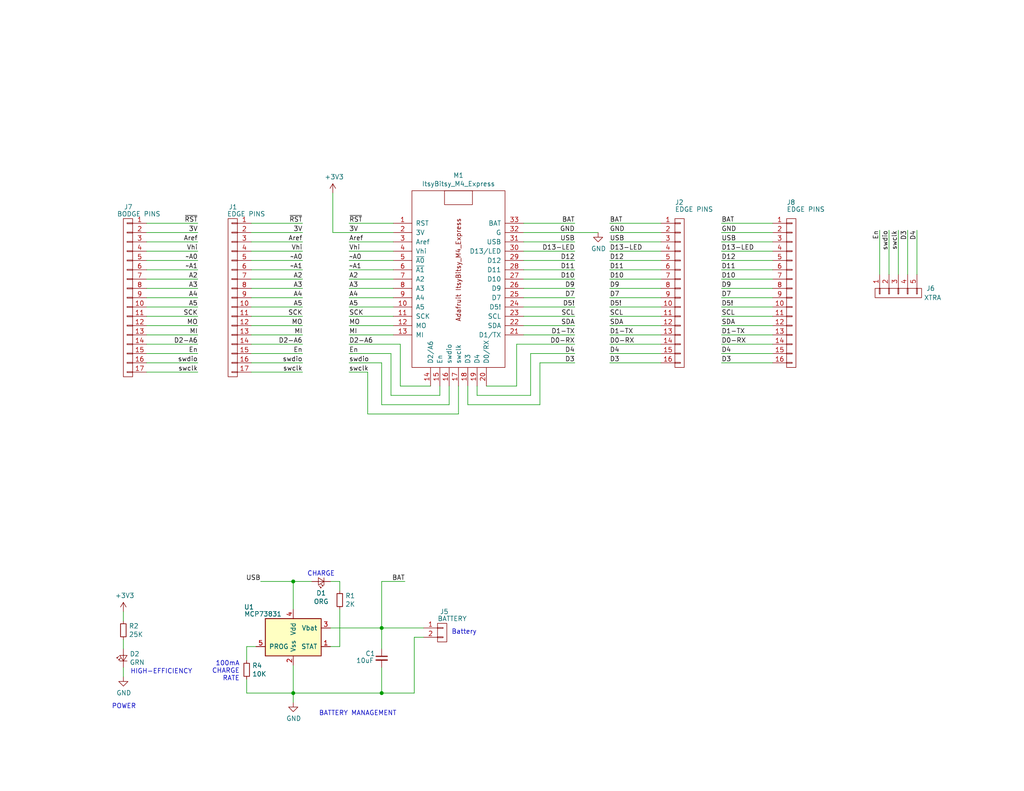
<source format=kicad_sch>
(kicad_sch (version 20211123) (generator eeschema)
  (paper "USLetter")
  (title_block (title "ItsyBitsyChargerBackpack") (date "2023-05-16") (rev "0.0.0") (company "Cedar Grove Studios"))
  (lib_symbols
    (symbol "Device:C_Small" (pin_numbers hide) (pin_names (offset 0.254) hide)
      (property "Reference" "C" (at 0.254 1.778 0))
      (property "Value" "C_Small" (at 0.254 -2.032 0))
      (symbol "C_Small_0_1"
        (polyline (pts (xy -1.524 -0.508) (xy 1.524 -0.508)) (stroke (width 0.3302)))
        (polyline (pts (xy -1.524 0.508) (xy 1.524 0.508)) (stroke (width 0.3048)))
      )
      (symbol "C_Small_1_1"
        (pin passive line (at 0 2.54 270) (length 2.032) (name "~") (number "1"))
        (pin passive line (at 0 -2.54 90) (length 2.032) (name "~") (number "2"))
      )
    )
    (symbol "ItsyBitsy-breadboard-rescue:CONN_01X02-conn" (pin_names (offset 1.016) hide)
      (property "Reference" "J" (at 0 3.81 0))
      (property "Value" "CONN_01X02-conn" (at 2.54 0 90))
      (symbol "CONN_01X02-conn_0_1"
        (rectangle (start -1.27 -1.143) (end 0.254 -1.397))
        (rectangle (start -1.27 1.397) (end 0.254 1.143))
        (rectangle (start -1.27 2.54) (end 1.27 -2.54))
      )
      (symbol "CONN_01X02-conn_1_1"
        (pin passive line (at -5.08 1.27 0) (length 3.81) (name "P1") (number "1"))
        (pin passive line (at -5.08 -1.27 0) (length 3.81) (name "P2") (number "2"))
      )
    )
    (symbol "ItsyBitsy-breadboard-rescue:CONN_01X05-conn" (pin_names (offset 1.016) hide)
      (property "Reference" "J" (at 0 7.62 0))
      (property "Value" "CONN_01X05-conn" (at 2.54 0 90))
      (symbol "CONN_01X05-conn_0_1"
        (rectangle (start -1.27 -4.953) (end 0.254 -5.207))
        (rectangle (start -1.27 -2.413) (end 0.254 -2.667))
        (rectangle (start -1.27 0.127) (end 0.254 -0.127))
        (rectangle (start -1.27 2.667) (end 0.254 2.413))
        (rectangle (start -1.27 5.207) (end 0.254 4.953))
        (rectangle (start -1.27 6.35) (end 1.27 -6.35))
      )
      (symbol "CONN_01X05-conn_1_1"
        (pin passive line (at -5.08 5.08 0) (length 3.81) (name "P1") (number "1"))
        (pin passive line (at -5.08 2.54 0) (length 3.81) (name "P2") (number "2"))
        (pin passive line (at -5.08 0 0) (length 3.81) (name "P3") (number "3"))
        (pin passive line (at -5.08 -2.54 0) (length 3.81) (name "P4") (number "4"))
        (pin passive line (at -5.08 -5.08 0) (length 3.81) (name "P5") (number "5"))
      )
    )
    (symbol "ItsyBitsy-breadboard-rescue:CONN_01X16-conn" (pin_names (offset 1.016) hide)
      (property "Reference" "J" (at 0 21.59 0))
      (property "Value" "CONN_01X16-conn" (at 2.54 0 90))
      (symbol "CONN_01X16-conn_0_1"
        (rectangle (start -1.27 -18.923) (end 0.254 -19.177))
        (rectangle (start -1.27 -16.383) (end 0.254 -16.637))
        (rectangle (start -1.27 -13.843) (end 0.254 -14.097))
        (rectangle (start -1.27 -11.303) (end 0.254 -11.557))
        (rectangle (start -1.27 -8.763) (end 0.254 -9.017))
        (rectangle (start -1.27 -6.223) (end 0.254 -6.477))
        (rectangle (start -1.27 -3.683) (end 0.254 -3.937))
        (rectangle (start -1.27 -1.143) (end 0.254 -1.397))
        (rectangle (start -1.27 1.397) (end 0.254 1.143))
        (rectangle (start -1.27 3.937) (end 0.254 3.683))
        (rectangle (start -1.27 6.477) (end 0.254 6.223))
        (rectangle (start -1.27 9.017) (end 0.254 8.763))
        (rectangle (start -1.27 11.557) (end 0.254 11.303))
        (rectangle (start -1.27 14.097) (end 0.254 13.843))
        (rectangle (start -1.27 16.637) (end 0.254 16.383))
        (rectangle (start -1.27 19.177) (end 0.254 18.923))
        (rectangle (start -1.27 20.32) (end 1.27 -20.32))
      )
      (symbol "CONN_01X16-conn_1_1"
        (pin passive line (at -5.08 19.05 0) (length 3.81) (name "P1") (number "1"))
        (pin passive line (at -5.08 -3.81 0) (length 3.81) (name "P10") (number "10"))
        (pin passive line (at -5.08 -6.35 0) (length 3.81) (name "P11") (number "11"))
        (pin passive line (at -5.08 -8.89 0) (length 3.81) (name "P12") (number "12"))
        (pin passive line (at -5.08 -11.43 0) (length 3.81) (name "P13") (number "13"))
        (pin passive line (at -5.08 -13.97 0) (length 3.81) (name "P14") (number "14"))
        (pin passive line (at -5.08 -16.51 0) (length 3.81) (name "P15") (number "15"))
        (pin passive line (at -5.08 -19.05 0) (length 3.81) (name "P16") (number "16"))
        (pin passive line (at -5.08 16.51 0) (length 3.81) (name "P2") (number "2"))
        (pin passive line (at -5.08 13.97 0) (length 3.81) (name "P3") (number "3"))
        (pin passive line (at -5.08 11.43 0) (length 3.81) (name "P4") (number "4"))
        (pin passive line (at -5.08 8.89 0) (length 3.81) (name "P5") (number "5"))
        (pin passive line (at -5.08 6.35 0) (length 3.81) (name "P6") (number "6"))
        (pin passive line (at -5.08 3.81 0) (length 3.81) (name "P7") (number "7"))
        (pin passive line (at -5.08 1.27 0) (length 3.81) (name "P8") (number "8"))
        (pin passive line (at -5.08 -1.27 0) (length 3.81) (name "P9") (number "9"))
      )
    )
    (symbol "ItsyBitsy-breadboard-rescue:CONN_01X17-conn" (pin_names (offset 1.016) hide)
      (property "Reference" "J" (at 0 22.86 0))
      (property "Value" "CONN_01X17-conn" (at 2.54 0 90))
      (symbol "CONN_01X17-conn_0_1"
        (rectangle (start -1.27 -20.193) (end 0.254 -20.447))
        (rectangle (start -1.27 -17.653) (end 0.254 -17.907))
        (rectangle (start -1.27 -15.113) (end 0.254 -15.367))
        (rectangle (start -1.27 -12.573) (end 0.254 -12.827))
        (rectangle (start -1.27 -10.033) (end 0.254 -10.287))
        (rectangle (start -1.27 -7.493) (end 0.254 -7.747))
        (rectangle (start -1.27 -4.953) (end 0.254 -5.207))
        (rectangle (start -1.27 -2.413) (end 0.254 -2.667))
        (rectangle (start -1.27 0.127) (end 0.254 -0.127))
        (rectangle (start -1.27 2.667) (end 0.254 2.413))
        (rectangle (start -1.27 5.207) (end 0.254 4.953))
        (rectangle (start -1.27 7.747) (end 0.254 7.493))
        (rectangle (start -1.27 10.287) (end 0.254 10.033))
        (rectangle (start -1.27 12.827) (end 0.254 12.573))
        (rectangle (start -1.27 15.367) (end 0.254 15.113))
        (rectangle (start -1.27 17.907) (end 0.254 17.653))
        (rectangle (start -1.27 20.447) (end 0.254 20.193))
        (rectangle (start -1.27 21.59) (end 1.27 -21.59))
      )
      (symbol "CONN_01X17-conn_1_1"
        (pin passive line (at -5.08 20.32 0) (length 3.81) (name "P1") (number "1"))
        (pin passive line (at -5.08 -2.54 0) (length 3.81) (name "P10") (number "10"))
        (pin passive line (at -5.08 -5.08 0) (length 3.81) (name "P11") (number "11"))
        (pin passive line (at -5.08 -7.62 0) (length 3.81) (name "P12") (number "12"))
        (pin passive line (at -5.08 -10.16 0) (length 3.81) (name "P13") (number "13"))
        (pin passive line (at -5.08 -12.7 0) (length 3.81) (name "P14") (number "14"))
        (pin passive line (at -5.08 -15.24 0) (length 3.81) (name "P15") (number "15"))
        (pin passive line (at -5.08 -17.78 0) (length 3.81) (name "P16") (number "16"))
        (pin passive line (at -5.08 -20.32 0) (length 3.81) (name "P17") (number "17"))
        (pin passive line (at -5.08 17.78 0) (length 3.81) (name "P2") (number "2"))
        (pin passive line (at -5.08 15.24 0) (length 3.81) (name "P3") (number "3"))
        (pin passive line (at -5.08 12.7 0) (length 3.81) (name "P4") (number "4"))
        (pin passive line (at -5.08 10.16 0) (length 3.81) (name "P5") (number "5"))
        (pin passive line (at -5.08 7.62 0) (length 3.81) (name "P6") (number "6"))
        (pin passive line (at -5.08 5.08 0) (length 3.81) (name "P7") (number "7"))
        (pin passive line (at -5.08 2.54 0) (length 3.81) (name "P8") (number "8"))
        (pin passive line (at -5.08 0 0) (length 3.81) (name "P9") (number "9"))
      )
    )
    (symbol "ItsyBitsy-breadboard-rescue:ItsyBitsy_M4_Express-Adafruit" (pin_names (offset 1.016))
      (property "Reference" "M" (at 0 29.21 0))
      (property "Value" "ItsyBitsy_M4_Express-Adafruit" (at 0 26.67 0))
      (symbol "ItsyBitsy_M4_Express-Adafruit_0_0"
        (text "Adafruit ItsyBitsy_M4_Express" (at 0 2.54 900) (effects (font (size 1.27 1.27))))
      )
      (symbol "ItsyBitsy_M4_Express-Adafruit_0_1"
        (rectangle (start -12.7 -24.13) (end 12.7 24.13))
        (rectangle (start -3.81 24.13) (end 3.81 20.32))
      )
      (symbol "ItsyBitsy_M4_Express-Adafruit_1_1"
        (pin input line (at -17.78 15.24 0) (length 5.08) (name "RST") (number "1"))
        (pin bidirectional line (at -17.78 -7.62 0) (length 5.08) (name "A5") (number "10"))
        (pin bidirectional line (at -17.78 -10.16 0) (length 5.08) (name "SCK") (number "11"))
        (pin bidirectional line (at -17.78 -12.7 0) (length 5.08) (name "MO") (number "12"))
        (pin bidirectional line (at -17.78 -15.24 0) (length 5.08) (name "MI") (number "13"))
        (pin bidirectional line (at -7.62 -29.21 90) (length 5.08) (name "D2/A6") (number "14"))
        (pin input line (at -5.08 -29.21 90) (length 5.08) (name "En") (number "15"))
        (pin bidirectional line (at -2.54 -29.21 90) (length 5.08) (name "swdio") (number "16"))
        (pin bidirectional line (at 0 -29.21 90) (length 5.08) (name "swclk") (number "17"))
        (pin bidirectional line (at 2.54 -29.21 90) (length 5.08) (name "D3") (number "18"))
        (pin bidirectional line (at 5.08 -29.21 90) (length 5.08) (name "D4") (number "19"))
        (pin power_out line (at -17.78 12.7 0) (length 5.08) (name "3V") (number "2"))
        (pin input line (at 7.62 -29.21 90) (length 5.08) (name "D0/RX") (number "20"))
        (pin output line (at 17.78 -15.24 180) (length 5.08) (name "D1/TX") (number "21"))
        (pin bidirectional line (at 17.78 -12.7 180) (length 5.08) (name "SDA") (number "22"))
        (pin bidirectional line (at 17.78 -10.16 180) (length 5.08) (name "SCL") (number "23"))
        (pin output line (at 17.78 -7.62 180) (length 5.08) (name "D5!") (number "24"))
        (pin bidirectional line (at 17.78 -5.08 180) (length 5.08) (name "D7") (number "25"))
        (pin bidirectional line (at 17.78 -2.54 180) (length 5.08) (name "D9") (number "26"))
        (pin bidirectional line (at 17.78 0 180) (length 5.08) (name "D10") (number "27"))
        (pin bidirectional line (at 17.78 2.54 180) (length 5.08) (name "D11") (number "28"))
        (pin bidirectional line (at 17.78 5.08 180) (length 5.08) (name "D12") (number "29"))
        (pin input line (at -17.78 10.16 0) (length 5.08) (name "Aref") (number "3"))
        (pin bidirectional line (at 17.78 7.62 180) (length 5.08) (name "D13/LED") (number "30"))
        (pin power_out line (at 17.78 10.16 180) (length 5.08) (name "USB") (number "31"))
        (pin bidirectional line (at 17.78 12.7 180) (length 5.08) (name "G") (number "32"))
        (pin power_in line (at 17.78 15.24 180) (length 5.08) (name "BAT") (number "33"))
        (pin power_out line (at -17.78 7.62 0) (length 5.08) (name "Vhi") (number "4"))
        (pin bidirectional line (at -17.78 5.08 0) (length 5.08) (name "~{A0}") (number "5"))
        (pin bidirectional line (at -17.78 2.54 0) (length 5.08) (name "~{A1}") (number "6"))
        (pin bidirectional line (at -17.78 0 0) (length 5.08) (name "A2") (number "7"))
        (pin bidirectional line (at -17.78 -2.54 0) (length 5.08) (name "A3") (number "8"))
        (pin bidirectional line (at -17.78 -5.08 0) (length 5.08) (name "A4") (number "9"))
      )
    )
    (symbol "ItsyBitsy-breadboard-rescue:LED_Small-device" (pin_numbers hide) (pin_names (offset 0.254) hide)
      (property "Reference" "D" (at -1.27 3.175 0))
      (property "Value" "LED_Small-device" (at -4.445 -2.54 0))
      (symbol "LED_Small-device_0_1"
        (polyline (pts (xy -0.762 -1.016) (xy -0.762 1.016)))
        (polyline (pts (xy 1.016 0) (xy -0.762 0)))
        (polyline (pts (xy 0.762 -1.016) (xy -0.762 0) (xy 0.762 1.016) (xy 0.762 -1.016)))
        (polyline (pts (xy 0 0.762) (xy -0.508 1.27) (xy -0.254 1.27) (xy -0.508 1.27) (xy -0.508 1.016)))
        (polyline (pts (xy 0.508 1.27) (xy 0 1.778) (xy 0.254 1.778) (xy 0 1.778) (xy 0 1.524)))
      )
      (symbol "LED_Small-device_1_1"
        (pin passive line (at -2.54 0 0) (length 1.778) (name "K") (number "1"))
        (pin passive line (at 2.54 0 180) (length 1.778) (name "A") (number "2"))
      )
    )
    (symbol "ItsyBitsy-breadboard-rescue:MCP73831-2-OT-battery_management" (pin_names (offset 1.016))
      (property "Reference" "U" (at -7.62 6.35 0))
      (property "Value" "MCP73831-2-OT-battery_management" (at 1.27 6.35 0))
      (symbol "MCP73831-2-OT-battery_management_0_1"
        (rectangle (start -7.62 5.08) (end 7.62 -5.08) (stroke (width 0.254)) (fill (type background)))
      )
      (symbol "MCP73831-2-OT-battery_management_1_1"
        (pin output line (at 10.16 -2.54 180) (length 2.54) (name "STAT") (number "1"))
        (pin power_in line (at 0 -7.62 90) (length 2.54) (name "Vss") (number "2"))
        (pin power_out line (at 10.16 2.54 180) (length 2.54) (name "Vbat") (number "3"))
        (pin power_in line (at 0 7.62 270) (length 2.54) (name "Vdd") (number "4"))
        (pin input line (at -10.16 -2.54 0) (length 2.54) (name "PROG") (number "5"))
      )
    )
    (symbol "ItsyBitsy-breadboard-rescue:R_Small-device" (pin_numbers hide) (pin_names (offset 0.254) hide)
      (property "Reference" "R" (at 0.762 0.508 0))
      (property "Value" "R_Small-device" (at 0.762 -1.016 0))
      (symbol "R_Small-device_0_1"
        (rectangle (start -0.762 1.778) (end 0.762 -1.778) (stroke (width 0.2032)))
      )
      (symbol "R_Small-device_1_1"
        (pin passive line (at 0 2.54 270) (length 0.762) (name "~") (number "1"))
        (pin passive line (at 0 -2.54 90) (length 0.762) (name "~") (number "2"))
      )
    )
    (symbol "power:+3.3V" (power) (pin_names (offset 0))
      (property "Value" "+3.3V" (at 0 3.556 0))
      (symbol "+3.3V_0_1"
        (polyline (pts (xy -0.762 1.27) (xy 0 2.54)))
        (polyline (pts (xy 0 0) (xy 0 2.54)))
        (polyline (pts (xy 0 2.54) (xy 0.762 1.27)))
      )
      (symbol "+3.3V_1_1"
        (pin power_in line (at 0 0 90) (length 0) hide (name "+3V3") (number "1"))
      )
    )
    (symbol "power:GND" (power) (pin_names (offset 0))
      (property "Value" "GND" (at 0 -3.81 0))
      (symbol "GND_0_1"
        (polyline (pts (xy 0 0) (xy 0 -1.27) (xy 1.27 -1.27) (xy 0 -2.54) (xy -1.27 -1.27) (xy 0 -1.27)))
      )
      (symbol "GND_1_1"
        (pin power_in line (at 0 0 270) (length 0) hide (name "GND") (number "1"))
      )
    )
  )
  (junction (at 80.01 158.75))
  (junction (at 80.01 189.23))
  (junction (at 104.14 171.45))
  (junction (at 104.14 189.23))
  (wire (pts (xy 196.85 96.52) (xy 210.82 96.52)))
  (wire (pts (xy 210.82 63.5) (xy 196.85 63.5)))
  (wire (pts (xy 196.85 91.44) (xy 210.82 91.44)))
  (wire (pts (xy 140.97 105.41) (xy 140.97 93.98)))
  (wire (pts (xy 250.19 74.93) (xy 250.19 62.865)))
  (wire (pts (xy 33.655 177.165) (xy 33.655 174.625)))
  (wire (pts (xy 210.82 88.9) (xy 196.85 88.9)))
  (wire (pts (xy 144.78 107.95) (xy 144.78 96.52)))
  (wire (pts (xy 68.58 81.28) (xy 82.55 81.28)))
  (wire (pts (xy 180.34 86.36) (xy 166.37 86.36)))
  (wire (pts (xy 40.005 99.06) (xy 53.975 99.06)))
  (wire (pts (xy 95.25 81.28) (xy 107.315 81.28)))
  (wire (pts (xy 67.31 176.53) (xy 69.85 176.53)))
  (wire (pts (xy 247.65 62.865) (xy 247.65 74.93)))
  (wire (pts (xy 53.975 83.82) (xy 40.005 83.82)))
  (wire (pts (xy 245.11 62.865) (xy 245.11 74.93)))
  (wire (pts (xy 95.25 96.52) (xy 106.68 96.52)))
  (wire (pts (xy 106.68 107.95) (xy 120.015 107.95)))
  (wire (pts (xy 68.58 93.98) (xy 82.55 93.98)))
  (wire (pts (xy 33.655 184.785) (xy 33.655 182.245)))
  (wire (pts (xy 142.875 71.12) (xy 156.845 71.12)))
  (wire (pts (xy 180.34 63.5) (xy 166.37 63.5)))
  (wire (pts (xy 95.25 71.12) (xy 107.315 71.12)))
  (wire (pts (xy 210.82 99.06) (xy 196.85 99.06)))
  (wire (pts (xy 40.005 68.58) (xy 53.975 68.58)))
  (wire (pts (xy 100.33 101.6) (xy 95.25 101.6)))
  (wire (pts (xy 166.37 71.12) (xy 180.34 71.12)))
  (wire (pts (xy 147.32 110.49) (xy 147.32 99.06)))
  (wire (pts (xy 40.005 93.98) (xy 53.975 93.98)))
  (wire (pts (xy 109.22 93.98) (xy 109.22 105.41)))
  (wire (pts (xy 180.34 88.9) (xy 166.37 88.9)))
  (wire (pts (xy 196.85 78.74) (xy 210.82 78.74)))
  (wire (pts (xy 95.25 91.44) (xy 107.315 91.44)))
  (wire (pts (xy 68.58 63.5) (xy 82.55 63.5)))
  (wire (pts (xy 122.555 110.49) (xy 122.555 105.41)))
  (wire (pts (xy 120.015 107.95) (xy 120.015 105.41)))
  (wire (pts (xy 40.005 73.66) (xy 53.975 73.66)))
  (wire (pts (xy 40.005 81.28) (xy 53.975 81.28)))
  (wire (pts (xy 142.875 78.74) (xy 156.845 78.74)))
  (wire (pts (xy 242.57 62.865) (xy 242.57 74.93)))
  (wire (pts (xy 210.82 86.36) (xy 196.85 86.36)))
  (wire (pts (xy 142.875 76.2) (xy 156.845 76.2)))
  (wire (pts (xy 130.175 105.41) (xy 130.175 107.95)))
  (wire (pts (xy 180.34 99.06) (xy 166.37 99.06)))
  (wire (pts (xy 104.14 171.45) (xy 104.14 158.75)))
  (wire (pts (xy 113.03 173.99) (xy 115.57 173.99)))
  (wire (pts (xy 180.34 93.98) (xy 166.37 93.98)))
  (wire (pts (xy 180.34 73.66) (xy 166.37 73.66)))
  (wire (pts (xy 80.01 191.77) (xy 80.01 189.23)))
  (wire (pts (xy 140.97 93.98) (xy 156.845 93.98)))
  (wire (pts (xy 80.01 181.61) (xy 80.01 189.23)))
  (wire (pts (xy 166.37 83.82) (xy 180.34 83.82)))
  (wire (pts (xy 107.315 63.5) (xy 90.805 63.5)))
  (wire (pts (xy 90.17 158.75) (xy 92.71 158.75)))
  (wire (pts (xy 142.875 60.96) (xy 156.845 60.96)))
  (wire (pts (xy 68.58 88.9) (xy 82.55 88.9)))
  (wire (pts (xy 82.55 71.12) (xy 68.58 71.12)))
  (wire (pts (xy 67.31 185.42) (xy 67.31 189.23)))
  (wire (pts (xy 82.55 96.52) (xy 68.58 96.52)))
  (wire (pts (xy 142.875 73.66) (xy 156.845 73.66)))
  (wire (pts (xy 142.875 91.44) (xy 156.845 91.44)))
  (wire (pts (xy 95.25 76.2) (xy 107.315 76.2)))
  (wire (pts (xy 95.25 83.82) (xy 107.315 83.82)))
  (wire (pts (xy 53.975 91.44) (xy 40.005 91.44)))
  (wire (pts (xy 92.71 176.53) (xy 90.17 176.53)))
  (wire (pts (xy 210.82 68.58) (xy 196.85 68.58)))
  (wire (pts (xy 104.14 158.75) (xy 110.49 158.75)))
  (wire (pts (xy 40.005 60.96) (xy 53.975 60.96)))
  (wire (pts (xy 180.34 60.96) (xy 166.37 60.96)))
  (wire (pts (xy 104.14 182.245) (xy 104.14 189.23)))
  (wire (pts (xy 82.55 66.04) (xy 68.58 66.04)))
  (wire (pts (xy 132.715 105.41) (xy 140.97 105.41)))
  (wire (pts (xy 180.34 68.58) (xy 166.37 68.58)))
  (wire (pts (xy 95.25 86.36) (xy 107.315 86.36)))
  (wire (pts (xy 142.875 86.36) (xy 156.845 86.36)))
  (wire (pts (xy 125.095 113.03) (xy 100.33 113.03)))
  (wire (pts (xy 80.01 166.37) (xy 80.01 158.75)))
  (wire (pts (xy 53.975 71.12) (xy 40.005 71.12)))
  (wire (pts (xy 127.635 105.41) (xy 127.635 110.49)))
  (wire (pts (xy 166.37 91.44) (xy 180.34 91.44)))
  (wire (pts (xy 104.14 110.49) (xy 122.555 110.49)))
  (wire (pts (xy 113.03 189.23) (xy 113.03 173.99)))
  (wire (pts (xy 117.475 105.41) (xy 109.22 105.41)))
  (wire (pts (xy 80.01 158.75) (xy 71.12 158.75)))
  (wire (pts (xy 142.875 66.04) (xy 156.845 66.04)))
  (wire (pts (xy 68.58 101.6) (xy 82.55 101.6)))
  (wire (pts (xy 166.37 66.04) (xy 180.34 66.04)))
  (wire (pts (xy 166.37 78.74) (xy 180.34 78.74)))
  (wire (pts (xy 144.78 96.52) (xy 156.845 96.52)))
  (wire (pts (xy 33.655 169.545) (xy 33.655 167.005)))
  (wire (pts (xy 82.55 78.74) (xy 68.58 78.74)))
  (wire (pts (xy 142.875 88.9) (xy 156.845 88.9)))
  (wire (pts (xy 82.55 91.44) (xy 68.58 91.44)))
  (wire (pts (xy 40.005 101.6) (xy 53.975 101.6)))
  (wire (pts (xy 92.71 158.75) (xy 92.71 161.29)))
  (wire (pts (xy 95.25 93.98) (xy 109.22 93.98)))
  (wire (pts (xy 90.805 63.5) (xy 90.805 52.705)))
  (wire (pts (xy 40.005 63.5) (xy 53.975 63.5)))
  (wire (pts (xy 68.58 73.66) (xy 82.55 73.66)))
  (wire (pts (xy 180.34 76.2) (xy 166.37 76.2)))
  (wire (pts (xy 80.01 189.23) (xy 104.14 189.23)))
  (wire (pts (xy 100.33 113.03) (xy 100.33 101.6)))
  (wire (pts (xy 68.58 86.36) (xy 82.55 86.36)))
  (wire (pts (xy 104.14 171.45) (xy 115.57 171.45)))
  (wire (pts (xy 127.635 110.49) (xy 147.32 110.49)))
  (wire (pts (xy 68.58 76.2) (xy 82.55 76.2)))
  (wire (pts (xy 40.005 88.9) (xy 53.975 88.9)))
  (wire (pts (xy 210.82 76.2) (xy 196.85 76.2)))
  (wire (pts (xy 142.875 83.82) (xy 156.845 83.82)))
  (wire (pts (xy 166.37 96.52) (xy 180.34 96.52)))
  (wire (pts (xy 82.55 83.82) (xy 68.58 83.82)))
  (wire (pts (xy 210.82 73.66) (xy 196.85 73.66)))
  (wire (pts (xy 240.03 62.865) (xy 240.03 74.93)))
  (wire (pts (xy 40.005 76.2) (xy 53.975 76.2)))
  (wire (pts (xy 95.25 60.96) (xy 107.315 60.96)))
  (wire (pts (xy 67.31 176.53) (xy 67.31 180.34)))
  (wire (pts (xy 196.85 66.04) (xy 210.82 66.04)))
  (wire (pts (xy 147.32 99.06) (xy 156.845 99.06)))
  (wire (pts (xy 104.14 189.23) (xy 113.03 189.23)))
  (wire (pts (xy 92.71 166.37) (xy 92.71 176.53)))
  (wire (pts (xy 40.005 86.36) (xy 53.975 86.36)))
  (wire (pts (xy 95.25 73.66) (xy 107.315 73.66)))
  (wire (pts (xy 95.25 88.9) (xy 107.315 88.9)))
  (wire (pts (xy 210.82 93.98) (xy 196.85 93.98)))
  (wire (pts (xy 95.25 78.74) (xy 107.315 78.74)))
  (wire (pts (xy 130.175 107.95) (xy 144.78 107.95)))
  (wire (pts (xy 80.01 189.23) (xy 67.31 189.23)))
  (wire (pts (xy 90.17 171.45) (xy 104.14 171.45)))
  (wire (pts (xy 68.58 60.96) (xy 82.55 60.96)))
  (wire (pts (xy 142.875 63.5) (xy 163.195 63.5)))
  (wire (pts (xy 53.975 66.04) (xy 40.005 66.04)))
  (wire (pts (xy 95.25 68.58) (xy 107.315 68.58)))
  (wire (pts (xy 104.14 99.06) (xy 95.25 99.06)))
  (wire (pts (xy 104.14 110.49) (xy 104.14 99.06)))
  (wire (pts (xy 53.975 78.74) (xy 40.005 78.74)))
  (wire (pts (xy 180.34 81.28) (xy 166.37 81.28)))
  (wire (pts (xy 106.68 107.95) (xy 106.68 96.52)))
  (wire (pts (xy 80.01 158.75) (xy 85.09 158.75)))
  (wire (pts (xy 68.58 99.06) (xy 82.55 99.06)))
  (wire (pts (xy 210.82 81.28) (xy 196.85 81.28)))
  (wire (pts (xy 68.58 68.58) (xy 82.55 68.58)))
  (wire (pts (xy 95.25 66.04) (xy 107.315 66.04)))
  (wire (pts (xy 125.095 105.41) (xy 125.095 113.03)))
  (wire (pts (xy 104.14 171.45) (xy 104.14 177.165)))
  (wire (pts (xy 142.875 68.58) (xy 156.845 68.58)))
  (wire (pts (xy 142.875 81.28) (xy 156.845 81.28)))
  (wire (pts (xy 53.975 96.52) (xy 40.005 96.52)))
  (wire (pts (xy 196.85 71.12) (xy 210.82 71.12)))
  (wire (pts (xy 210.82 60.96) (xy 196.85 60.96)))
  (wire (pts (xy 196.85 83.82) (xy 210.82 83.82)))
  (text "BATTERY MANAGEMENT" (at 86.995 195.58 0) (effects (font (size 1.27 1.27)) (justify left bottom)))
  (text "CHARGE" (at 83.82 157.48 0) (effects (font (size 1.27 1.27)) (justify left bottom)))
  (text "Battery" (at 123.19 173.355 0) (effects (font (size 1.27 1.27)) (justify left bottom)))
  (text "HIGH-EFFICIENCY" (at 35.56 184.15 0) (effects (font (size 1.27 1.27)) (justify left bottom)))
  (text "POWER" (at 30.48 193.675 0) (effects (font (size 1.27 1.27)) (justify left bottom)))
  (text "100mA\nCHARGE\nRATE" (at 65.405 186.055 180) (effects (font (size 1.27 1.27)) (justify right bottom)))
  (label "~A0" (at 82.55 71.12 180))
  (label "SCK" (at 53.975 86.36 180))
  (label "3V" (at 95.25 63.5 0))
  (label "D5!" (at 156.845 83.82 180))
  (label "D2-A6" (at 82.55 93.98 180))
  (label "BAT" (at 166.37 60.96 0))
  (label "BAT" (at 110.49 158.75 180))
  (label "D1-TX" (at 196.85 91.44 0))
  (label "GND" (at 196.85 63.5 0))
  (label "A3" (at 95.25 78.74 0))
  (label "~{RST}" (at 53.975 60.96 180))
  (label "USB" (at 196.85 66.04 0))
  (label "D5!" (at 166.37 83.82 0))
  (label "A5" (at 82.55 83.82 180))
  (label "USB" (at 71.12 158.75 180))
  (label "swclk" (at 95.25 101.6 0))
  (label "D13-LED" (at 156.845 68.58 180))
  (label "MO" (at 53.975 88.9 180))
  (label "D11" (at 156.845 73.66 180))
  (label "Aref" (at 82.55 66.04 180))
  (label "D13-LED" (at 196.85 68.58 0))
  (label "D12" (at 196.85 71.12 0))
  (label "D7" (at 156.845 81.28 180))
  (label "D3" (at 156.845 99.06 180))
  (label "D4" (at 166.37 96.52 0))
  (label "Aref" (at 53.975 66.04 180))
  (label "En" (at 82.55 96.52 180))
  (label "swclk" (at 82.55 101.6 180))
  (label "SDA" (at 166.37 88.9 0))
  (label "BAT" (at 196.85 60.96 0))
  (label "D11" (at 166.37 73.66 0))
  (label "D9" (at 166.37 78.74 0))
  (label "D7" (at 166.37 81.28 0))
  (label "D12" (at 156.845 71.12 180))
  (label "D11" (at 196.85 73.66 0))
  (label "A5" (at 95.25 83.82 0))
  (label "D0-RX" (at 156.845 93.98 180))
  (label "A2" (at 95.25 76.2 0))
  (label "D10" (at 196.85 76.2 0))
  (label "D1-TX" (at 166.37 91.44 0))
  (label "A2" (at 82.55 76.2 180))
  (label "SCK" (at 82.55 86.36 180))
  (label "D1-TX" (at 156.845 91.44 180))
  (label "En" (at 95.25 96.52 0))
  (label "Vhi" (at 82.55 68.58 180))
  (label "swdio" (at 53.975 99.06 180))
  (label "SCL" (at 196.85 86.36 0))
  (label "BAT" (at 156.845 60.96 180))
  (label "SCL" (at 156.845 86.36 180))
  (label "SDA" (at 196.85 88.9 0))
  (label "En" (at 240.03 62.865 270))
  (label "USB" (at 166.37 66.04 0))
  (label "GND" (at 166.37 63.5 0))
  (label "A4" (at 53.975 81.28 180))
  (label "D9" (at 156.845 78.74 180))
  (label "~{RST}" (at 82.55 60.96 180))
  (label "A3" (at 53.975 78.74 180))
  (label "D4" (at 196.85 96.52 0))
  (label "3V" (at 82.55 63.5 180))
  (label "GND" (at 156.845 63.5 180))
  (label "~A1" (at 95.25 73.66 0))
  (label "D7" (at 196.85 81.28 0))
  (label "D0-RX" (at 166.37 93.98 0))
  (label "D2-A6" (at 95.25 93.98 0))
  (label "swdio" (at 95.25 99.06 0))
  (label "A2" (at 53.975 76.2 180))
  (label "SCK" (at 95.25 86.36 0))
  (label "D12" (at 166.37 71.12 0))
  (label "swdio" (at 82.55 99.06 180))
  (label "~A0" (at 95.25 71.12 0))
  (label "3V" (at 53.975 63.5 180))
  (label "D3" (at 196.85 99.06 0))
  (label "SDA" (at 156.845 88.9 180))
  (label "A3" (at 82.55 78.74 180))
  (label "D3" (at 247.65 62.865 270))
  (label "D0-RX" (at 196.85 93.98 0))
  (label "~{RST}" (at 95.25 60.96 0))
  (label "D4" (at 250.19 62.865 270))
  (label "D10" (at 156.845 76.2 180))
  (label "D4" (at 156.845 96.52 180))
  (label "En" (at 53.975 96.52 180))
  (label "A4" (at 95.25 81.28 0))
  (label "swdio" (at 242.57 62.865 270))
  (label "Aref" (at 95.25 66.04 0))
  (label "~A0" (at 53.975 71.12 180))
  (label "D10" (at 166.37 76.2 0))
  (label "D3" (at 166.37 99.06 0))
  (label "Vhi" (at 95.25 68.58 0))
  (label "MI" (at 95.25 91.44 0))
  (label "SCL" (at 166.37 86.36 0))
  (label "D13-LED" (at 166.37 68.58 0))
  (label "D5!" (at 196.85 83.82 0))
  (label "MI" (at 53.975 91.44 180))
  (label "A4" (at 82.55 81.28 180))
  (label "~A1" (at 53.975 73.66 180))
  (label "MI" (at 82.55 91.44 180))
  (label "~A1" (at 82.55 73.66 180))
  (label "D9" (at 196.85 78.74 0))
  (label "MO" (at 95.25 88.9 0))
  (label "swclk" (at 53.975 101.6 180))
  (label "USB" (at 156.845 66.04 180))
  (label "swclk" (at 245.11 62.865 270))
  (label "D2-A6" (at 53.975 93.98 180))
  (label "A5" (at 53.975 83.82 180))
  (label "MO" (at 82.55 88.9 180))
  (label "Vhi" (at 53.975 68.58 180))
  (symbol (lib_id "power:GND") (at 163.195 63.5 0) (unit 1)
    (property "Reference" "#PWR03" (effects hide))
    (property "Value" "GND" (at 163.322 67.8942 0))
  )
  (symbol (lib_id "power:+3.3V") (at 90.805 52.705 0) (unit 1)
    (property "Reference" "#PWR01" (effects hide))
    (property "Value" "+3.3V" (at 91.186 48.3108 0))
  )
  (symbol (lib_id "ItsyBitsy-breadboard-rescue:CONN_01X16-conn") (at 185.42 80.01 0) (unit 1)
    (property "Reference" "J2" (at 184.15 55.245 0) (effects (justify left)))
    (property "Value" "EDGE PINS" (at 184.15 57.15 0) (effects (justify left)))
    (property "Footprint" "Adafruit:Pin_Header_Straight_1x16_Pitch2.54mm_no_silk" (effects hide))
  )
  (symbol (lib_id "ItsyBitsy-breadboard-rescue:ItsyBitsy_M4_Express-Adafruit") (at 125.095 76.2 0) (unit 1)
    (property "Reference" "M1" (at 125.095 47.879 0))
    (property "Value" "ItsyBitsy_M4_Express" (at 125.095 50.1904 0))
  )
  (symbol (lib_id "ItsyBitsy-breadboard-rescue:CONN_01X17-conn") (at 34.925 81.28 0) (mirror y) (unit 1)
    (property "Reference" "J7" (at 36.195 56.515 0) (effects (justify left)))
    (property "Value" "BODGE PINS" (at 43.815 58.42 0) (effects (justify left)))
    (property "Footprint" "Adafruit:Pin_Header_Straight_1x17_Pitch2.54mm_no_silk" (effects hide))
  )
  (symbol (lib_id "ItsyBitsy-breadboard-rescue:CONN_01X16-conn") (at 215.9 80.01 0) (unit 1)
    (property "Reference" "J8" (at 214.63 55.245 0) (effects (justify left)))
    (property "Value" "EDGE PINS" (at 214.63 57.15 0) (effects (justify left)))
    (property "Footprint" "Adafruit:Pin_Header_Straight_1x16_Pitch2.54mm_no_silk" (effects hide))
  )
  (symbol (lib_id "ItsyBitsy-breadboard-rescue:CONN_01X17-conn") (at 63.5 81.28 0) (mirror y) (unit 1)
    (property "Reference" "J1" (at 64.77 56.515 0) (effects (justify left)))
    (property "Value" "EDGE PINS" (at 72.39 58.42 0) (effects (justify left)))
    (property "Footprint" "Adafruit:Pin_Header_Straight_1x17_Pitch2.54mm_no_silk" (effects hide))
  )
  (symbol (lib_id "ItsyBitsy-breadboard-rescue:CONN_01X02-conn") (at 120.65 172.72 0) (unit 1)
    (property "Reference" "J5" (at 120.015 167.005 0) (effects (justify left)))
    (property "Value" "BATTERY" (at 119.38 168.91 0) (effects (justify left)))
    (property "Footprint" "Connector_JST:JST_PH_S2B-PH-SM4-TB_1x02-1MP_P2.00mm_Horizontal" (effects hide))
  )
  (symbol (lib_id "power:GND") (at 80.01 191.77 0) (unit 1)
    (property "Reference" "#PWR07" (effects hide))
    (property "Value" "GND" (at 80.137 196.1642 0))
  )
  (symbol (lib_id "ItsyBitsy-breadboard-rescue:CONN_01X05-conn") (at 245.11 80.01 90) (mirror x) (unit 1)
    (property "Reference" "J6" (at 252.73 78.74 90) (effects (justify right)))
    (property "Value" "XTRA" (at 252.095 81.28 90) (effects (justify right)))
    (property "Footprint" "Adafruit:Pin_Header_Straight_1x05_Pitch2.54mm_no_silk" (effects hide))
  )
  (symbol (lib_id "ItsyBitsy-breadboard-rescue:MCP73831-2-OT-battery_management") (at 80.01 173.99 0) (unit 1)
    (property "Reference" "U1" (at 67.945 165.735 0))
    (property "Value" "MCP73831" (at 71.755 167.64 0))
    (property "Footprint" "Package_TO_SOT_SMD:SOT-23-5" (effects hide))
    (property "Datasheet" "http://ww1.microchip.com/downloads/en/DeviceDoc/20001984g.pdf" (effects hide))
  )
  (symbol (lib_id "ItsyBitsy-breadboard-rescue:R_Small-device") (at 67.31 182.88 0) (unit 1)
    (property "Reference" "R4" (at 68.8086 181.7116 0) (effects (justify left)))
    (property "Value" "10K" (at 68.8086 184.023 0) (effects (justify left)))
    (property "Footprint" "Resistor_SMD:R_0805_2012Metric" (effects hide))
  )
  (symbol (lib_id "ItsyBitsy-breadboard-rescue:R_Small-device") (at 92.71 163.83 0) (unit 1)
    (property "Reference" "R1" (at 94.2086 162.6616 0) (effects (justify left)))
    (property "Value" "2K" (at 94.2086 164.973 0) (effects (justify left)))
    (property "Footprint" "Resistor_SMD:R_0805_2012Metric" (effects hide))
  )
  (symbol (lib_id "ItsyBitsy-breadboard-rescue:LED_Small-device") (at 87.63 158.75 180) (unit 1)
    (property "Reference" "D1" (at 87.63 161.925 0))
    (property "Value" "ORG" (at 87.63 164.2364 0))
    (property "Footprint" "LED_SMD:LED_0805_2012Metric" (effects hide))
  )
  (symbol (lib_id "Device:C_Small") (at 104.14 179.705 0) (unit 1)
    (property "Reference" "C1" (at 99.695 178.435 0) (effects (justify left)))
    (property "Value" "10uF" (at 97.155 180.34 0) (effects (justify left)))
    (property "Footprint" "Capacitor_SMD:C_0805_2012Metric" (effects hide))
  )
  (symbol (lib_id "ItsyBitsy-breadboard-rescue:LED_Small-device") (at 33.655 179.705 90) (unit 1)
    (property "Reference" "D2" (at 35.3822 178.5366 90) (effects (justify right)))
    (property "Value" "GRN" (at 35.3822 180.848 90) (effects (justify right)))
    (property "Footprint" "LED_SMD:LED_0805_2012Metric" (effects hide))
  )
  (symbol (lib_id "ItsyBitsy-breadboard-rescue:R_Small-device") (at 33.655 172.085 0) (unit 1)
    (property "Reference" "R2" (at 35.1536 170.9166 0) (effects (justify left)))
    (property "Value" "25K" (at 35.1536 173.228 0) (effects (justify left)))
    (property "Footprint" "Resistor_SMD:R_0805_2012Metric" (effects hide))
  )
  (symbol (lib_id "power:+3.3V") (at 33.655 167.005 0) (unit 1)
    (property "Reference" "#PWR08" (effects hide))
    (property "Value" "+3.3V" (at 34.036 162.6108 0))
  )
  (symbol (lib_id "power:GND") (at 33.655 184.785 0) (unit 1)
    (property "Reference" "#PWR09" (effects hide))
    (property "Value" "GND" (at 33.782 189.1792 0))
  )
)
</source>
